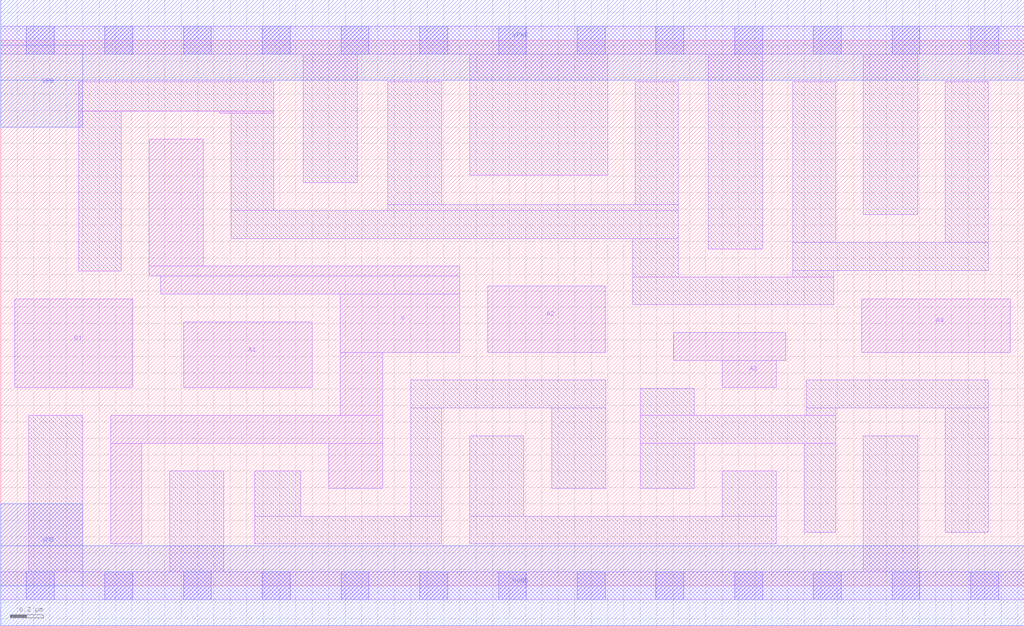
<source format=lef>
# Copyright 2020 The SkyWater PDK Authors
#
# Licensed under the Apache License, Version 2.0 (the "License");
# you may not use this file except in compliance with the License.
# You may obtain a copy of the License at
#
#     https://www.apache.org/licenses/LICENSE-2.0
#
# Unless required by applicable law or agreed to in writing, software
# distributed under the License is distributed on an "AS IS" BASIS,
# WITHOUT WARRANTIES OR CONDITIONS OF ANY KIND, either express or implied.
# See the License for the specific language governing permissions and
# limitations under the License.
#
# SPDX-License-Identifier: Apache-2.0

VERSION 5.5 ;
NAMESCASESENSITIVE ON ;
BUSBITCHARS "[]" ;
DIVIDERCHAR "/" ;
MACRO sky130_fd_sc_lp__a41oi_2
  CLASS CORE ;
  SOURCE USER ;
  ORIGIN  0.000000  0.000000 ;
  SIZE  6.240000 BY  3.330000 ;
  SYMMETRY X Y R90 ;
  SITE unit ;
  PIN A1
    ANTENNAGATEAREA  0.630000 ;
    DIRECTION INPUT ;
    USE SIGNAL ;
    PORT
      LAYER li1 ;
        RECT 1.115000 1.210000 1.900000 1.610000 ;
    END
  END A1
  PIN A2
    ANTENNAGATEAREA  0.630000 ;
    DIRECTION INPUT ;
    USE SIGNAL ;
    PORT
      LAYER li1 ;
        RECT 2.970000 1.425000 3.685000 1.830000 ;
    END
  END A2
  PIN A3
    ANTENNAGATEAREA  0.630000 ;
    DIRECTION INPUT ;
    USE SIGNAL ;
    PORT
      LAYER li1 ;
        RECT 4.105000 1.375000 4.785000 1.545000 ;
        RECT 4.400000 1.210000 4.730000 1.375000 ;
    END
  END A3
  PIN A4
    ANTENNAGATEAREA  0.630000 ;
    DIRECTION INPUT ;
    USE SIGNAL ;
    PORT
      LAYER li1 ;
        RECT 5.250000 1.425000 6.155000 1.750000 ;
    END
  END A4
  PIN B1
    ANTENNAGATEAREA  0.630000 ;
    DIRECTION INPUT ;
    USE SIGNAL ;
    PORT
      LAYER li1 ;
        RECT 0.085000 1.210000 0.805000 1.750000 ;
    END
  END B1
  PIN Y
    ANTENNADIFFAREA  0.823200 ;
    DIRECTION OUTPUT ;
    USE SIGNAL ;
    PORT
      LAYER li1 ;
        RECT 0.670000 0.255000 0.860000 0.870000 ;
        RECT 0.670000 0.870000 2.330000 1.040000 ;
        RECT 0.905000 1.890000 2.800000 1.950000 ;
        RECT 0.905000 1.950000 1.235000 2.725000 ;
        RECT 0.975000 1.780000 2.800000 1.890000 ;
        RECT 2.000000 0.595000 2.330000 0.870000 ;
        RECT 2.070000 1.040000 2.330000 1.425000 ;
        RECT 2.070000 1.425000 2.800000 1.780000 ;
    END
  END Y
  PIN VGND
    DIRECTION INOUT ;
    USE GROUND ;
    PORT
      LAYER met1 ;
        RECT 0.000000 -0.245000 6.240000 0.245000 ;
    END
  END VGND
  PIN VNB
    DIRECTION INOUT ;
    USE GROUND ;
    PORT
    END
  END VNB
  PIN VPB
    DIRECTION INOUT ;
    USE POWER ;
    PORT
    END
  END VPB
  PIN VNB
    DIRECTION INOUT ;
    USE GROUND ;
    PORT
      LAYER met1 ;
        RECT 0.000000 0.000000 0.500000 0.500000 ;
    END
  END VNB
  PIN VPB
    DIRECTION INOUT ;
    USE POWER ;
    PORT
      LAYER met1 ;
        RECT 0.000000 2.800000 0.500000 3.300000 ;
    END
  END VPB
  PIN VPWR
    DIRECTION INOUT ;
    USE POWER ;
    PORT
      LAYER met1 ;
        RECT 0.000000 3.085000 6.240000 3.575000 ;
    END
  END VPWR
  OBS
    LAYER li1 ;
      RECT 0.000000 -0.085000 6.240000 0.085000 ;
      RECT 0.000000  3.245000 6.240000 3.415000 ;
      RECT 0.170000  0.085000 0.500000 1.040000 ;
      RECT 0.475000  1.920000 0.735000 2.895000 ;
      RECT 0.475000  2.895000 1.665000 3.075000 ;
      RECT 1.030000  0.085000 1.360000 0.700000 ;
      RECT 1.335000  2.885000 1.665000 2.895000 ;
      RECT 1.405000  2.120000 4.130000 2.290000 ;
      RECT 1.405000  2.290000 1.665000 2.885000 ;
      RECT 1.550000  0.255000 2.690000 0.425000 ;
      RECT 1.550000  0.425000 1.830000 0.700000 ;
      RECT 1.845000  2.460000 2.175000 3.245000 ;
      RECT 2.360000  2.290000 4.130000 2.325000 ;
      RECT 2.360000  2.325000 2.690000 3.075000 ;
      RECT 2.500000  0.425000 2.690000 1.085000 ;
      RECT 2.500000  1.085000 3.690000 1.255000 ;
      RECT 2.860000  0.255000 4.730000 0.425000 ;
      RECT 2.860000  0.425000 3.190000 0.915000 ;
      RECT 2.860000  2.505000 3.700000 3.245000 ;
      RECT 3.360000  0.595000 3.690000 1.085000 ;
      RECT 3.855000  1.715000 5.080000 1.885000 ;
      RECT 3.855000  1.885000 4.130000 2.120000 ;
      RECT 3.870000  2.325000 4.130000 3.075000 ;
      RECT 3.900000  0.595000 4.230000 0.870000 ;
      RECT 3.900000  0.870000 5.090000 1.040000 ;
      RECT 3.900000  1.040000 4.230000 1.205000 ;
      RECT 4.315000  2.055000 4.645000 3.245000 ;
      RECT 4.400000  0.425000 4.730000 0.700000 ;
      RECT 4.830000  1.885000 5.080000 1.925000 ;
      RECT 4.830000  1.925000 6.020000 2.095000 ;
      RECT 4.830000  2.095000 5.090000 3.075000 ;
      RECT 4.900000  0.325000 5.090000 0.870000 ;
      RECT 4.910000  1.040000 5.090000 1.085000 ;
      RECT 4.910000  1.085000 6.020000 1.255000 ;
      RECT 5.260000  0.085000 5.590000 0.915000 ;
      RECT 5.260000  2.265000 5.590000 3.245000 ;
      RECT 5.760000  0.325000 6.020000 1.085000 ;
      RECT 5.760000  2.095000 6.020000 3.075000 ;
    LAYER mcon ;
      RECT 0.155000 -0.085000 0.325000 0.085000 ;
      RECT 0.155000  3.245000 0.325000 3.415000 ;
      RECT 0.635000 -0.085000 0.805000 0.085000 ;
      RECT 0.635000  3.245000 0.805000 3.415000 ;
      RECT 1.115000 -0.085000 1.285000 0.085000 ;
      RECT 1.115000  3.245000 1.285000 3.415000 ;
      RECT 1.595000 -0.085000 1.765000 0.085000 ;
      RECT 1.595000  3.245000 1.765000 3.415000 ;
      RECT 2.075000 -0.085000 2.245000 0.085000 ;
      RECT 2.075000  3.245000 2.245000 3.415000 ;
      RECT 2.555000 -0.085000 2.725000 0.085000 ;
      RECT 2.555000  3.245000 2.725000 3.415000 ;
      RECT 3.035000 -0.085000 3.205000 0.085000 ;
      RECT 3.035000  3.245000 3.205000 3.415000 ;
      RECT 3.515000 -0.085000 3.685000 0.085000 ;
      RECT 3.515000  3.245000 3.685000 3.415000 ;
      RECT 3.995000 -0.085000 4.165000 0.085000 ;
      RECT 3.995000  3.245000 4.165000 3.415000 ;
      RECT 4.475000 -0.085000 4.645000 0.085000 ;
      RECT 4.475000  3.245000 4.645000 3.415000 ;
      RECT 4.955000 -0.085000 5.125000 0.085000 ;
      RECT 4.955000  3.245000 5.125000 3.415000 ;
      RECT 5.435000 -0.085000 5.605000 0.085000 ;
      RECT 5.435000  3.245000 5.605000 3.415000 ;
      RECT 5.915000 -0.085000 6.085000 0.085000 ;
      RECT 5.915000  3.245000 6.085000 3.415000 ;
  END
END sky130_fd_sc_lp__a41oi_2
END LIBRARY

</source>
